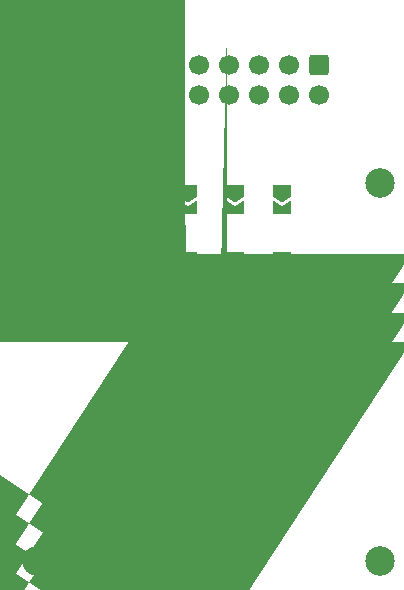
<source format=gts>
G04 #@! TF.GenerationSoftware,KiCad,Pcbnew,8.0.5*
G04 #@! TF.CreationDate,2024-12-04T12:39:20-06:00*
G04 #@! TF.ProjectId,KiCad_ETDBR,4b694361-645f-4455-9444-42522e6b6963,rev?*
G04 #@! TF.SameCoordinates,Original*
G04 #@! TF.FileFunction,Soldermask,Top*
G04 #@! TF.FilePolarity,Negative*
%FSLAX46Y46*%
G04 Gerber Fmt 4.6, Leading zero omitted, Abs format (unit mm)*
G04 Created by KiCad (PCBNEW 8.0.5) date 2024-12-04 12:39:20*
%MOMM*%
%LPD*%
G01*
G04 APERTURE LIST*
G04 Aperture macros list*
%AMRoundRect*
0 Rectangle with rounded corners*
0 $1 Rounding radius*
0 $2 $3 $4 $5 $6 $7 $8 $9 X,Y pos of 4 corners*
0 Add a 4 corners polygon primitive as box body*
4,1,4,$2,$3,$4,$5,$6,$7,$8,$9,$2,$3,0*
0 Add four circle primitives for the rounded corners*
1,1,$1+$1,$2,$3*
1,1,$1+$1,$4,$5*
1,1,$1+$1,$6,$7*
1,1,$1+$1,$8,$9*
0 Add four rect primitives between the rounded corners*
20,1,$1+$1,$2,$3,$4,$5,0*
20,1,$1+$1,$4,$5,$6,$7,0*
20,1,$1+$1,$6,$7,$8,$9,0*
20,1,$1+$1,$8,$9,$2,$3,0*%
%AMFreePoly0*
4,1,70,1.014978,1.789161,1.208563,1.714166,1.385071,1.604876,1.538492,1.465015,1.663601,1.299343,1.756138,1.113504,1.812952,0.913825,1.832107,0.707107,1.812952,0.500389,1.756138,0.300710,1.663601,0.114871,1.538492,-0.050801,1.385071,-0.190662,1.208563,-0.299952,1.014978,-0.374947,0.810909,-0.413094,0.603305,-0.413094,0.399236,-0.374947,0.205651,-0.299952,0.029143,-0.190662,
-0.060736,-0.108725,-0.062500,-0.108253,-0.075343,-0.095409,-0.124278,-0.050801,-0.249387,0.114871,-0.341924,0.300710,-0.398738,0.500389,-0.417893,0.707107,-0.172713,0.707107,-0.153487,0.524182,-0.096649,0.349252,-0.004682,0.189962,0.118393,0.053273,0.267197,-0.054839,0.435228,-0.129652,0.615141,-0.167893,0.799073,-0.167893,0.978986,-0.129652,1.147017,-0.054839,1.295821,0.053273,
1.418896,0.189962,1.510863,0.349252,1.567701,0.524182,1.586927,0.707107,1.567701,0.890032,1.510863,1.064962,1.418896,1.224252,1.295821,1.360941,1.147017,1.469053,0.978986,1.543866,0.799073,1.582107,0.615141,1.582107,0.435228,1.543866,0.267197,1.469053,0.118393,1.360941,-0.004682,1.224252,-0.096649,1.064962,-0.153487,0.890032,-0.172713,0.707107,-0.417893,0.707107,
-0.398738,0.913825,-0.341924,1.113504,-0.249387,1.299343,-0.124278,1.465015,0.029143,1.604876,0.205651,1.714166,0.399236,1.789161,0.603305,1.827308,0.810909,1.827308,1.014978,1.789161,1.014978,1.789161,$1*%
%AMFreePoly1*
4,1,70,1.014978,0.374947,1.208563,0.299952,1.385071,0.190662,1.538492,0.050801,1.663601,-0.114871,1.756138,-0.300710,1.812952,-0.500389,1.832107,-0.707107,1.812952,-0.913825,1.756138,-1.113504,1.663601,-1.299343,1.538492,-1.465015,1.385071,-1.604876,1.208563,-1.714166,1.014978,-1.789161,0.810909,-1.827308,0.603305,-1.827308,0.399236,-1.789161,0.205651,-1.714166,0.029143,-1.604876,
-0.124278,-1.465015,-0.249387,-1.299343,-0.341924,-1.113504,-0.398738,-0.913825,-0.417893,-0.707107,-0.172713,-0.707107,-0.153487,-0.890032,-0.096649,-1.064962,-0.004682,-1.224252,0.118393,-1.360941,0.267197,-1.469053,0.435228,-1.543866,0.615141,-1.582107,0.799073,-1.582107,0.978986,-1.543866,1.147017,-1.469053,1.295821,-1.360941,1.418896,-1.224252,1.510863,-1.064962,1.567701,-0.890032,
1.586927,-0.707107,1.567701,-0.524182,1.510863,-0.349252,1.418896,-0.189962,1.295821,-0.053273,1.147017,0.054839,0.978986,0.129652,0.799073,0.167893,0.615141,0.167893,0.435228,0.129652,0.267197,0.054839,0.118393,-0.053273,-0.004682,-0.189962,-0.096649,-0.349252,-0.153487,-0.524182,-0.172713,-0.707107,-0.417893,-0.707107,-0.398738,-0.500389,-0.341924,-0.300710,-0.249387,-0.114871,
-0.124278,0.050801,-0.075343,0.095409,-0.062500,0.108253,-0.060736,0.108725,0.029143,0.190662,0.205651,0.299952,0.399236,0.374947,0.603305,0.413094,0.810909,0.413094,1.014978,0.374947,1.014978,0.374947,$1*%
%AMFreePoly2*
4,1,70,-0.399236,0.374947,-0.205651,0.299952,-0.029143,0.190662,0.060736,0.108725,0.062500,0.108253,0.075343,0.095409,0.124278,0.050801,0.249387,-0.114871,0.341924,-0.300710,0.398738,-0.500389,0.417893,-0.707107,0.398738,-0.913825,0.341924,-1.113504,0.249387,-1.299343,0.124278,-1.465015,-0.029143,-1.604876,-0.205651,-1.714166,-0.399236,-1.789161,-0.603305,-1.827308,-0.810909,-1.827308,
-1.014978,-1.789161,-1.208563,-1.714166,-1.385071,-1.604876,-1.538492,-1.465015,-1.663601,-1.299343,-1.756138,-1.113504,-1.812952,-0.913825,-1.832107,-0.707107,-1.586927,-0.707107,-1.567701,-0.890032,-1.510863,-1.064962,-1.418896,-1.224252,-1.295821,-1.360941,-1.147017,-1.469053,-0.978986,-1.543866,-0.799073,-1.582107,-0.615141,-1.582107,-0.435228,-1.543866,-0.267197,-1.469053,-0.118393,-1.360941,
0.004682,-1.224252,0.096649,-1.064962,0.153487,-0.890032,0.172713,-0.707107,0.153487,-0.524182,0.096649,-0.349252,0.004682,-0.189962,-0.118393,-0.053273,-0.267197,0.054839,-0.435228,0.129652,-0.615141,0.167893,-0.799073,0.167893,-0.978986,0.129652,-1.147017,0.054839,-1.295821,-0.053273,-1.418896,-0.189962,-1.510863,-0.349252,-1.567701,-0.524182,-1.586927,-0.707107,-1.832107,-0.707107,
-1.812952,-0.500389,-1.756138,-0.300710,-1.663601,-0.114871,-1.538492,0.050801,-1.385071,0.190662,-1.208563,0.299952,-1.014978,0.374947,-0.810909,0.413094,-0.603305,0.413094,-0.399236,0.374947,-0.399236,0.374947,$1*%
%AMFreePoly3*
4,1,6,1.000000,0.000000,0.500000,-0.750000,-0.500000,-0.750000,-0.500000,0.750000,0.500000,0.750000,1.000000,0.000000,1.000000,0.000000,$1*%
%AMFreePoly4*
4,1,6,0.500000,-0.750000,-0.650000,-0.750000,-0.150000,0.000000,-0.650000,0.750000,0.500000,0.750000,0.500000,-0.750000,0.500000,-0.750000,$1*%
G04 Aperture macros list end*
%ADD10C,0.750000*%
%ADD11FreePoly0,0.000000*%
%ADD12FreePoly1,0.000000*%
%ADD13FreePoly2,0.000000*%
%ADD14R,1.700000X1.700000*%
%ADD15FreePoly3,270.000000*%
%ADD16FreePoly4,270.000000*%
%ADD17RoundRect,0.250000X-0.600000X0.600000X-0.600000X-0.600000X0.600000X-0.600000X0.600000X0.600000X0*%
%ADD18C,1.700000*%
%ADD19C,2.500000*%
G04 APERTURE END LIST*
D10*
X67030000Y-97835000D03*
X64530000Y-97835000D03*
X67030000Y-95335000D03*
X67030000Y-92835000D03*
X67030000Y-90335000D03*
X64530000Y-95335000D03*
X64530000Y-92835000D03*
X64530000Y-90335000D03*
D11*
X66322893Y-98542107D03*
D12*
X63822893Y-97127893D03*
D13*
X67737107Y-94627893D03*
X67737107Y-92127893D03*
X67737107Y-89627893D03*
D12*
X63822893Y-94627893D03*
X63822893Y-92127893D03*
X63822893Y-89627893D03*
D14*
X49780000Y-57465000D03*
D15*
X68030000Y-71610000D03*
D16*
X68030000Y-73060000D03*
D17*
X75160000Y-60965000D03*
D18*
X75160000Y-63505000D03*
X72620000Y-60965000D03*
X72620000Y-63505000D03*
X70080000Y-60965000D03*
X70080000Y-63505000D03*
X67540000Y-60965000D03*
X67540000Y-63505000D03*
X65000000Y-60965000D03*
X65000000Y-63505000D03*
X62460000Y-60965000D03*
X62460000Y-63505000D03*
X59920000Y-60965000D03*
X59920000Y-63505000D03*
X57380000Y-60965000D03*
X57380000Y-63505000D03*
D15*
X68030000Y-77335000D03*
D16*
X68030000Y-78785000D03*
D15*
X60030000Y-71610000D03*
D16*
X60030000Y-73060000D03*
D15*
X64030000Y-77335000D03*
D16*
X64030000Y-78785000D03*
D15*
X72030000Y-77335000D03*
D16*
X72030000Y-78785000D03*
D15*
X60030000Y-77335000D03*
D16*
X60030000Y-78785000D03*
D15*
X72030000Y-71610000D03*
D16*
X72030000Y-73060000D03*
D15*
X64030000Y-71610000D03*
D16*
X64030000Y-73060000D03*
D19*
X80280000Y-70965000D03*
X51280000Y-102965000D03*
X80280000Y-102965000D03*
X51280000Y-70965000D03*
M02*

</source>
